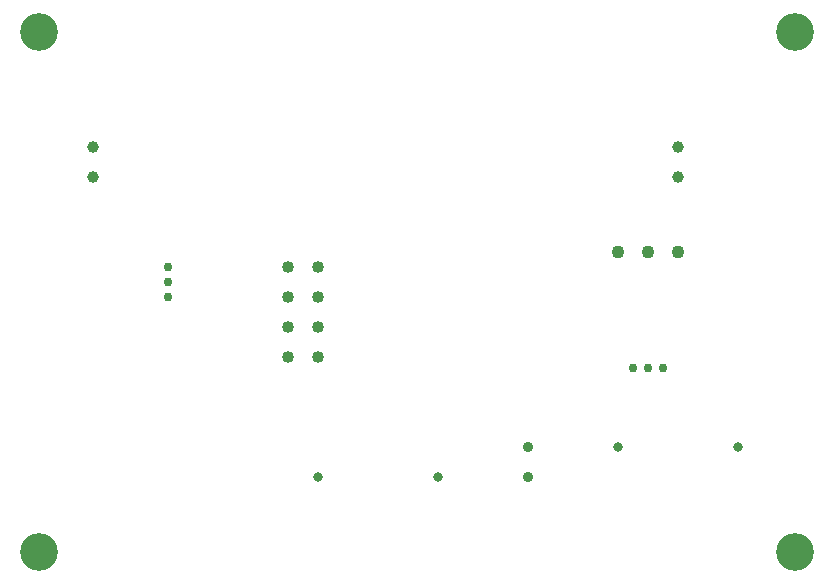
<source format=gbr>
%TF.GenerationSoftware,KiCad,Pcbnew,6.0.11-2627ca5db0~126~ubuntu20.04.1*%
%TF.CreationDate,2023-07-30T12:22:22-04:00*%
%TF.ProjectId,runLimiter,72756e4c-696d-4697-9465-722e6b696361,01*%
%TF.SameCoordinates,Original*%
%TF.FileFunction,Plated,1,2,PTH,Drill*%
%TF.FilePolarity,Positive*%
%FSLAX46Y46*%
G04 Gerber Fmt 4.6, Leading zero omitted, Abs format (unit mm)*
G04 Created by KiCad (PCBNEW 6.0.11-2627ca5db0~126~ubuntu20.04.1) date 2023-07-30 12:22:22*
%MOMM*%
%LPD*%
G01*
G04 APERTURE LIST*
%TA.AperFunction,ComponentDrill*%
%ADD10C,0.750000*%
%TD*%
%TA.AperFunction,ComponentDrill*%
%ADD11C,0.800000*%
%TD*%
%TA.AperFunction,ComponentDrill*%
%ADD12C,0.900000*%
%TD*%
%TA.AperFunction,ComponentDrill*%
%ADD13C,1.000000*%
%TD*%
%TA.AperFunction,ComponentDrill*%
%ADD14C,1.016000*%
%TD*%
%TA.AperFunction,ComponentDrill*%
%ADD15C,1.100000*%
%TD*%
%TA.AperFunction,ComponentDrill*%
%ADD16C,3.200000*%
%TD*%
G04 APERTURE END LIST*
D10*
%TO.C,U1*%
X13970000Y-22860000D03*
X13970000Y-24130000D03*
X13970000Y-25400000D03*
%TO.C,Q1*%
X53340000Y-31401115D03*
X54610000Y-31401115D03*
X55880000Y-31401115D03*
D11*
%TO.C,R1*%
X26670000Y-40640000D03*
X36830000Y-40640000D03*
%TO.C,R2*%
X52070000Y-38100000D03*
X62230000Y-38100000D03*
D12*
%TO.C,D1*%
X44450000Y-38100000D03*
X44450000Y-40640000D03*
D13*
%TO.C,J1*%
X7590000Y-12700000D03*
X7590000Y-15240000D03*
%TO.C,J2*%
X57150000Y-12700000D03*
X57150000Y-15240000D03*
D14*
%TO.C,U2*%
X24130000Y-22860000D03*
X24130000Y-25400000D03*
X24130000Y-27940000D03*
X24130000Y-30480000D03*
X26670000Y-22860000D03*
X26670000Y-25400000D03*
X26670000Y-27940000D03*
X26670000Y-30480000D03*
D15*
%TO.C,Q2*%
X52070000Y-21590000D03*
X54610000Y-21590000D03*
X57150000Y-21590000D03*
D16*
%TO.C,REF\u002A\u002A*%
X3000000Y-3000000D03*
X3000000Y-47000000D03*
X67000000Y-3000000D03*
X67000000Y-47000000D03*
M02*

</source>
